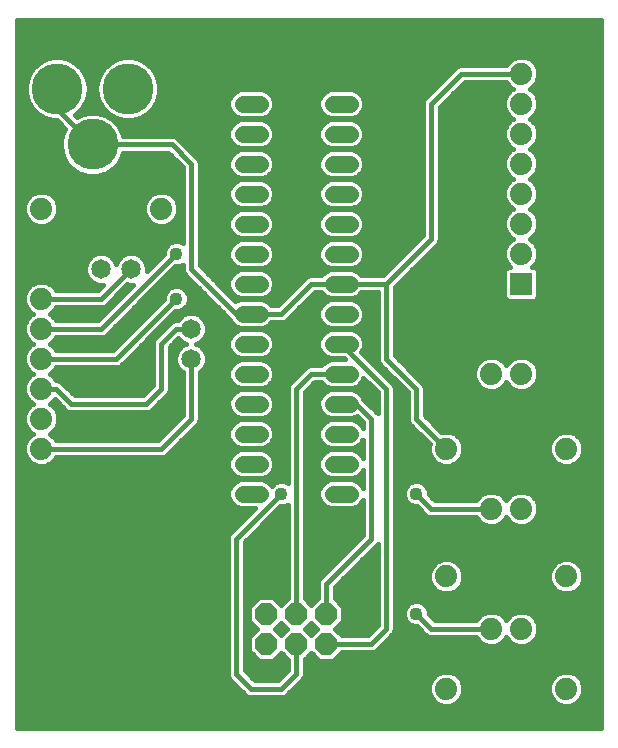
<source format=gbl>
G75*
%MOIN*%
%OFA0B0*%
%FSLAX24Y24*%
%IPPOS*%
%LPD*%
%AMOC8*
5,1,8,0,0,1.08239X$1,22.5*
%
%ADD10C,0.0650*%
%ADD11C,0.1700*%
%ADD12OC8,0.0740*%
%ADD13R,0.0740X0.0740*%
%ADD14C,0.0740*%
%ADD15C,0.0560*%
%ADD16C,0.0160*%
%ADD17C,0.0436*%
D10*
X008000Y012680D03*
X008000Y013680D03*
X006000Y015680D03*
X005000Y015680D03*
D11*
X004713Y019830D03*
X005894Y021680D03*
X003531Y021680D03*
D12*
X010500Y004180D03*
X010500Y003180D03*
X011500Y003180D03*
X011500Y004180D03*
X012500Y004180D03*
X012500Y003180D03*
D13*
X019000Y015180D03*
D14*
X019000Y016180D03*
X019000Y017180D03*
X019000Y018180D03*
X019000Y019180D03*
X019000Y020180D03*
X019000Y021180D03*
X019000Y022180D03*
X019000Y012180D03*
X018000Y012180D03*
X016500Y009680D03*
X018000Y007680D03*
X019000Y007680D03*
X020500Y009680D03*
X020500Y005430D03*
X019000Y003680D03*
X018000Y003680D03*
X016500Y005430D03*
X016500Y001680D03*
X020500Y001680D03*
X007000Y017680D03*
X003000Y017680D03*
X003000Y014680D03*
X003000Y013680D03*
X003000Y012680D03*
X003000Y011680D03*
X003000Y010680D03*
X003000Y009680D03*
D15*
X009720Y009180D02*
X010280Y009180D01*
X010280Y008180D02*
X009720Y008180D01*
X009720Y010180D02*
X010280Y010180D01*
X010280Y011180D02*
X009720Y011180D01*
X009720Y012180D02*
X010280Y012180D01*
X010280Y013180D02*
X009720Y013180D01*
X009720Y014180D02*
X010280Y014180D01*
X010280Y015180D02*
X009720Y015180D01*
X009720Y016180D02*
X010280Y016180D01*
X010280Y017180D02*
X009720Y017180D01*
X009720Y018180D02*
X010280Y018180D01*
X010280Y019180D02*
X009720Y019180D01*
X009720Y020180D02*
X010280Y020180D01*
X010280Y021180D02*
X009720Y021180D01*
X012720Y021180D02*
X013280Y021180D01*
X013280Y020180D02*
X012720Y020180D01*
X012720Y019180D02*
X013280Y019180D01*
X013280Y018180D02*
X012720Y018180D01*
X012720Y017180D02*
X013280Y017180D01*
X013280Y016180D02*
X012720Y016180D01*
X012720Y015180D02*
X013280Y015180D01*
X013280Y014180D02*
X012720Y014180D01*
X012720Y013180D02*
X013280Y013180D01*
X013280Y012180D02*
X012720Y012180D01*
X012720Y011180D02*
X013280Y011180D01*
X013280Y010180D02*
X012720Y010180D01*
X012720Y009180D02*
X013280Y009180D01*
X013280Y008180D02*
X012720Y008180D01*
D16*
X002200Y000380D02*
X002200Y023976D01*
X021670Y023976D01*
X021670Y000380D01*
X002200Y000380D01*
X002200Y000447D02*
X021670Y000447D01*
X021670Y000605D02*
X002200Y000605D01*
X002200Y000764D02*
X021670Y000764D01*
X021670Y000922D02*
X002200Y000922D01*
X002200Y001081D02*
X021670Y001081D01*
X021670Y001239D02*
X020865Y001239D01*
X020823Y001197D02*
X020613Y001110D01*
X020387Y001110D01*
X020177Y001197D01*
X020017Y001357D01*
X019930Y001567D01*
X019930Y001793D01*
X020017Y002003D01*
X020177Y002163D01*
X020387Y002250D01*
X020613Y002250D01*
X020823Y002163D01*
X020983Y002003D01*
X021070Y001793D01*
X021070Y001567D01*
X020983Y001357D01*
X020823Y001197D01*
X021000Y001398D02*
X021670Y001398D01*
X021670Y001556D02*
X021066Y001556D01*
X021070Y001715D02*
X021670Y001715D01*
X021670Y001873D02*
X021037Y001873D01*
X020955Y002032D02*
X021670Y002032D01*
X021670Y002190D02*
X020758Y002190D01*
X020242Y002190D02*
X016758Y002190D01*
X016823Y002163D02*
X016613Y002250D01*
X016387Y002250D01*
X016177Y002163D01*
X016017Y002003D01*
X015930Y001793D01*
X015930Y001567D01*
X016017Y001357D01*
X016177Y001197D01*
X016387Y001110D01*
X016613Y001110D01*
X016823Y001197D01*
X016983Y001357D01*
X017070Y001567D01*
X017070Y001793D01*
X016983Y002003D01*
X016823Y002163D01*
X016955Y002032D02*
X020045Y002032D01*
X019963Y001873D02*
X017037Y001873D01*
X017070Y001715D02*
X019930Y001715D01*
X019934Y001556D02*
X017066Y001556D01*
X017000Y001398D02*
X020000Y001398D01*
X020135Y001239D02*
X016865Y001239D01*
X016135Y001239D02*
X002200Y001239D01*
X002200Y001398D02*
X016000Y001398D01*
X015934Y001556D02*
X011272Y001556D01*
X011237Y001521D02*
X011737Y002021D01*
X011780Y002124D01*
X011780Y002654D01*
X012000Y002874D01*
X012264Y002610D01*
X012736Y002610D01*
X013026Y002900D01*
X014056Y002900D01*
X014159Y002943D01*
X014237Y003021D01*
X014237Y003021D01*
X014737Y003521D01*
X014780Y003624D01*
X014780Y011736D01*
X014737Y011839D01*
X014659Y011917D01*
X013677Y012899D01*
X013687Y012908D01*
X013760Y013085D01*
X013760Y013275D01*
X013687Y013452D01*
X013552Y013587D01*
X013375Y013660D01*
X012625Y013660D01*
X012448Y013587D01*
X012313Y013452D01*
X012240Y013275D01*
X012240Y013085D01*
X012313Y012908D01*
X012448Y012773D01*
X012625Y012700D01*
X013084Y012700D01*
X013124Y012660D01*
X012625Y012660D01*
X012448Y012587D01*
X012321Y012460D01*
X011944Y012460D01*
X011841Y012417D01*
X011341Y011917D01*
X011263Y011839D01*
X011220Y011736D01*
X011220Y008541D01*
X011083Y008598D01*
X010917Y008598D01*
X010763Y008534D01*
X010684Y008455D01*
X010552Y008587D01*
X010375Y008660D01*
X009625Y008660D01*
X009448Y008587D01*
X009313Y008452D01*
X009240Y008275D01*
X009240Y008085D01*
X009313Y007908D01*
X009448Y007773D01*
X009625Y007700D01*
X010124Y007700D01*
X009263Y006839D01*
X009220Y006736D01*
X009220Y002124D01*
X009263Y002021D01*
X009341Y001943D01*
X009841Y001443D01*
X009944Y001400D01*
X011056Y001400D01*
X011159Y001443D01*
X011237Y001521D01*
X011430Y001715D02*
X015930Y001715D01*
X015963Y001873D02*
X011589Y001873D01*
X011742Y002032D02*
X016045Y002032D01*
X016242Y002190D02*
X011780Y002190D01*
X011780Y002349D02*
X021670Y002349D01*
X021670Y002507D02*
X011780Y002507D01*
X011792Y002666D02*
X012208Y002666D01*
X012050Y002824D02*
X011950Y002824D01*
X011500Y003180D02*
X011500Y002180D01*
X011000Y001680D01*
X010000Y001680D01*
X009500Y002180D01*
X009500Y006680D01*
X011000Y008180D01*
X011220Y007819D02*
X011220Y004706D01*
X011000Y004486D01*
X010736Y004750D01*
X010264Y004750D01*
X009930Y004416D01*
X009930Y003944D01*
X010194Y003680D01*
X009930Y003416D01*
X009930Y002944D01*
X010264Y002610D01*
X010736Y002610D01*
X011000Y002874D01*
X011220Y002654D01*
X011220Y002296D01*
X010884Y001960D01*
X010116Y001960D01*
X009780Y002296D01*
X009780Y006564D01*
X010978Y007762D01*
X011083Y007762D01*
X011220Y007819D01*
X011220Y007738D02*
X010954Y007738D01*
X010795Y007579D02*
X011220Y007579D01*
X011220Y007421D02*
X010637Y007421D01*
X010478Y007262D02*
X011220Y007262D01*
X011220Y007104D02*
X010320Y007104D01*
X010161Y006945D02*
X011220Y006945D01*
X011220Y006787D02*
X010003Y006787D01*
X009844Y006628D02*
X011220Y006628D01*
X011220Y006470D02*
X009780Y006470D01*
X009780Y006311D02*
X011220Y006311D01*
X011220Y006153D02*
X009780Y006153D01*
X009780Y005994D02*
X011220Y005994D01*
X011220Y005836D02*
X009780Y005836D01*
X009780Y005677D02*
X011220Y005677D01*
X011220Y005519D02*
X009780Y005519D01*
X009780Y005360D02*
X011220Y005360D01*
X011220Y005202D02*
X009780Y005202D01*
X009780Y005043D02*
X011220Y005043D01*
X011220Y004885D02*
X009780Y004885D01*
X009780Y004726D02*
X010240Y004726D01*
X010081Y004568D02*
X009780Y004568D01*
X009780Y004409D02*
X009930Y004409D01*
X009930Y004251D02*
X009780Y004251D01*
X009780Y004092D02*
X009930Y004092D01*
X009940Y003934D02*
X009780Y003934D01*
X009780Y003775D02*
X010099Y003775D01*
X010130Y003617D02*
X009780Y003617D01*
X009780Y003458D02*
X009972Y003458D01*
X009930Y003300D02*
X009780Y003300D01*
X009780Y003141D02*
X009930Y003141D01*
X009930Y002983D02*
X009780Y002983D01*
X009780Y002824D02*
X010050Y002824D01*
X010208Y002666D02*
X009780Y002666D01*
X009780Y002507D02*
X011220Y002507D01*
X011220Y002349D02*
X009780Y002349D01*
X009886Y002190D02*
X011114Y002190D01*
X010956Y002032D02*
X010044Y002032D01*
X009570Y001715D02*
X002200Y001715D01*
X002200Y001873D02*
X009411Y001873D01*
X009258Y002032D02*
X002200Y002032D01*
X002200Y002190D02*
X009220Y002190D01*
X009220Y002349D02*
X002200Y002349D01*
X002200Y002507D02*
X009220Y002507D01*
X009220Y002666D02*
X002200Y002666D01*
X002200Y002824D02*
X009220Y002824D01*
X009220Y002983D02*
X002200Y002983D01*
X002200Y003141D02*
X009220Y003141D01*
X009220Y003300D02*
X002200Y003300D01*
X002200Y003458D02*
X009220Y003458D01*
X009220Y003617D02*
X002200Y003617D01*
X002200Y003775D02*
X009220Y003775D01*
X009220Y003934D02*
X002200Y003934D01*
X002200Y004092D02*
X009220Y004092D01*
X009220Y004251D02*
X002200Y004251D01*
X002200Y004409D02*
X009220Y004409D01*
X009220Y004568D02*
X002200Y004568D01*
X002200Y004726D02*
X009220Y004726D01*
X009220Y004885D02*
X002200Y004885D01*
X002200Y005043D02*
X009220Y005043D01*
X009220Y005202D02*
X002200Y005202D01*
X002200Y005360D02*
X009220Y005360D01*
X009220Y005519D02*
X002200Y005519D01*
X002200Y005677D02*
X009220Y005677D01*
X009220Y005836D02*
X002200Y005836D01*
X002200Y005994D02*
X009220Y005994D01*
X009220Y006153D02*
X002200Y006153D01*
X002200Y006311D02*
X009220Y006311D01*
X009220Y006470D02*
X002200Y006470D01*
X002200Y006628D02*
X009220Y006628D01*
X009241Y006787D02*
X002200Y006787D01*
X002200Y006945D02*
X009369Y006945D01*
X009528Y007104D02*
X002200Y007104D01*
X002200Y007262D02*
X009686Y007262D01*
X009845Y007421D02*
X002200Y007421D01*
X002200Y007579D02*
X010003Y007579D01*
X009534Y007738D02*
X002200Y007738D01*
X002200Y007896D02*
X009325Y007896D01*
X009252Y008055D02*
X002200Y008055D01*
X002200Y008213D02*
X009240Y008213D01*
X009280Y008372D02*
X002200Y008372D01*
X002200Y008530D02*
X009391Y008530D01*
X009448Y008773D02*
X009313Y008908D01*
X009240Y009085D01*
X009240Y009275D01*
X009313Y009452D01*
X009448Y009587D01*
X009625Y009660D01*
X010375Y009660D01*
X010552Y009587D01*
X010687Y009452D01*
X010760Y009275D01*
X010760Y009085D01*
X010687Y008908D01*
X010552Y008773D01*
X010375Y008700D01*
X009625Y008700D01*
X009448Y008773D01*
X009374Y008847D02*
X002200Y008847D01*
X002200Y008689D02*
X011220Y008689D01*
X011220Y008847D02*
X010626Y008847D01*
X010727Y009006D02*
X011220Y009006D01*
X011220Y009164D02*
X010760Y009164D01*
X010741Y009323D02*
X011220Y009323D01*
X011220Y009481D02*
X010658Y009481D01*
X010425Y009640D02*
X011220Y009640D01*
X011220Y009798D02*
X010577Y009798D01*
X010552Y009773D02*
X010687Y009908D01*
X010760Y010085D01*
X010760Y010275D01*
X010687Y010452D01*
X010552Y010587D01*
X010375Y010660D01*
X009625Y010660D01*
X009448Y010587D01*
X009313Y010452D01*
X009240Y010275D01*
X009240Y010085D01*
X009313Y009908D01*
X009448Y009773D01*
X009625Y009700D01*
X010375Y009700D01*
X010552Y009773D01*
X010707Y009957D02*
X011220Y009957D01*
X011220Y010115D02*
X010760Y010115D01*
X010760Y010274D02*
X011220Y010274D01*
X011220Y010432D02*
X010695Y010432D01*
X010543Y010591D02*
X011220Y010591D01*
X011220Y010749D02*
X010494Y010749D01*
X010552Y010773D02*
X010687Y010908D01*
X010760Y011085D01*
X010760Y011275D01*
X010687Y011452D01*
X010552Y011587D01*
X010375Y011660D01*
X009625Y011660D01*
X009448Y011587D01*
X009313Y011452D01*
X009240Y011275D01*
X009240Y011085D01*
X009313Y010908D01*
X009448Y010773D01*
X009625Y010700D01*
X010375Y010700D01*
X010552Y010773D01*
X010686Y010908D02*
X011220Y010908D01*
X011220Y011066D02*
X010752Y011066D01*
X010760Y011225D02*
X011220Y011225D01*
X011220Y011383D02*
X010715Y011383D01*
X010597Y011542D02*
X011220Y011542D01*
X011220Y011700D02*
X010376Y011700D01*
X010375Y011700D02*
X010552Y011773D01*
X010687Y011908D01*
X010760Y012085D01*
X010760Y012275D01*
X010687Y012452D01*
X010552Y012587D01*
X010375Y012660D01*
X009625Y012660D01*
X009448Y012587D01*
X009313Y012452D01*
X009240Y012275D01*
X009240Y012085D01*
X009313Y011908D01*
X009448Y011773D01*
X009625Y011700D01*
X010375Y011700D01*
X010637Y011859D02*
X011283Y011859D01*
X011441Y012017D02*
X010732Y012017D01*
X010760Y012176D02*
X011600Y012176D01*
X011758Y012334D02*
X010736Y012334D01*
X010646Y012493D02*
X012354Y012493D01*
X012603Y012651D02*
X010397Y012651D01*
X010375Y012700D02*
X010552Y012773D01*
X010687Y012908D01*
X010760Y013085D01*
X010760Y013275D01*
X010687Y013452D01*
X010552Y013587D01*
X010375Y013660D01*
X009625Y013660D01*
X009448Y013587D01*
X009313Y013452D01*
X009240Y013275D01*
X009240Y013085D01*
X009313Y012908D01*
X009448Y012773D01*
X009625Y012700D01*
X010375Y012700D01*
X010588Y012810D02*
X012412Y012810D01*
X012288Y012968D02*
X010712Y012968D01*
X010760Y013127D02*
X012240Y013127D01*
X012244Y013285D02*
X010756Y013285D01*
X010690Y013444D02*
X012310Y013444D01*
X012485Y013602D02*
X010515Y013602D01*
X010522Y013761D02*
X012478Y013761D01*
X012448Y013773D02*
X012625Y013700D01*
X013375Y013700D01*
X013552Y013773D01*
X013687Y013908D01*
X013760Y014085D01*
X013760Y014275D01*
X013687Y014452D01*
X013552Y014587D01*
X013375Y014660D01*
X012625Y014660D01*
X012448Y014587D01*
X012313Y014452D01*
X012240Y014275D01*
X012240Y014085D01*
X012313Y013908D01*
X012448Y013773D01*
X012309Y013919D02*
X011102Y013919D01*
X011056Y013900D02*
X011159Y013943D01*
X012116Y014900D01*
X012321Y014900D01*
X012448Y014773D01*
X012625Y014700D01*
X013375Y014700D01*
X013552Y014773D01*
X013679Y014900D01*
X014220Y014900D01*
X014220Y012624D01*
X014263Y012521D01*
X015220Y011564D01*
X015220Y010624D01*
X015263Y010521D01*
X015948Y009836D01*
X015930Y009793D01*
X015930Y009567D01*
X016017Y009357D01*
X016177Y009197D01*
X016387Y009110D01*
X016613Y009110D01*
X016823Y009197D01*
X016983Y009357D01*
X017070Y009567D01*
X017070Y009793D01*
X016983Y010003D01*
X016823Y010163D01*
X016613Y010250D01*
X016387Y010250D01*
X016344Y010232D01*
X015780Y010796D01*
X015780Y011736D01*
X015737Y011839D01*
X015659Y011917D01*
X014780Y012796D01*
X014780Y015064D01*
X016159Y016443D01*
X016237Y016521D01*
X016280Y016624D01*
X016280Y021064D01*
X017116Y021900D01*
X018499Y021900D01*
X018517Y021857D01*
X018677Y021697D01*
X018718Y021680D01*
X018677Y021663D01*
X018517Y021503D01*
X018430Y021293D01*
X018430Y021067D01*
X018517Y020857D01*
X018677Y020697D01*
X018718Y020680D01*
X018677Y020663D01*
X018517Y020503D01*
X018430Y020293D01*
X018430Y020067D01*
X018517Y019857D01*
X018677Y019697D01*
X018718Y019680D01*
X018677Y019663D01*
X018517Y019503D01*
X018430Y019293D01*
X018430Y019067D01*
X018517Y018857D01*
X018677Y018697D01*
X018718Y018680D01*
X018677Y018663D01*
X018517Y018503D01*
X018430Y018293D01*
X018430Y018067D01*
X018517Y017857D01*
X018677Y017697D01*
X018718Y017680D01*
X018677Y017663D01*
X018517Y017503D01*
X018430Y017293D01*
X018430Y017067D01*
X018517Y016857D01*
X018677Y016697D01*
X018718Y016680D01*
X018677Y016663D01*
X018517Y016503D01*
X018430Y016293D01*
X018430Y016067D01*
X018517Y015857D01*
X018624Y015750D01*
X018547Y015750D01*
X018430Y015633D01*
X018430Y014727D01*
X018547Y014610D01*
X019453Y014610D01*
X019570Y014727D01*
X019570Y015633D01*
X019453Y015750D01*
X019376Y015750D01*
X019483Y015857D01*
X019570Y016067D01*
X019570Y016293D01*
X019483Y016503D01*
X019323Y016663D01*
X019282Y016680D01*
X019323Y016697D01*
X019483Y016857D01*
X019570Y017067D01*
X019570Y017293D01*
X019483Y017503D01*
X019323Y017663D01*
X019282Y017680D01*
X019323Y017697D01*
X019483Y017857D01*
X019570Y018067D01*
X019570Y018293D01*
X019483Y018503D01*
X019323Y018663D01*
X019282Y018680D01*
X019323Y018697D01*
X019483Y018857D01*
X019570Y019067D01*
X019570Y019293D01*
X019483Y019503D01*
X019323Y019663D01*
X019282Y019680D01*
X019323Y019697D01*
X019483Y019857D01*
X019570Y020067D01*
X019570Y020293D01*
X019483Y020503D01*
X019323Y020663D01*
X019282Y020680D01*
X019323Y020697D01*
X019483Y020857D01*
X019570Y021067D01*
X019570Y021293D01*
X019483Y021503D01*
X019323Y021663D01*
X019282Y021680D01*
X019323Y021697D01*
X019483Y021857D01*
X019570Y022067D01*
X019570Y022293D01*
X019483Y022503D01*
X019323Y022663D01*
X019113Y022750D01*
X018887Y022750D01*
X018677Y022663D01*
X018517Y022503D01*
X018499Y022460D01*
X016944Y022460D01*
X016841Y022417D01*
X016763Y022339D01*
X015763Y021339D01*
X015720Y021236D01*
X015720Y016796D01*
X014384Y015460D01*
X013679Y015460D01*
X013552Y015587D01*
X013375Y015660D01*
X012625Y015660D01*
X012448Y015587D01*
X012321Y015460D01*
X011944Y015460D01*
X011841Y015417D01*
X011763Y015339D01*
X010884Y014460D01*
X010679Y014460D01*
X010552Y014587D01*
X010375Y014660D01*
X009625Y014660D01*
X009477Y014599D01*
X008280Y015796D01*
X008280Y019236D01*
X008237Y019339D01*
X008159Y019417D01*
X007509Y020067D01*
X007406Y020110D01*
X005725Y020110D01*
X005691Y020235D01*
X005553Y020474D01*
X005357Y020670D01*
X005118Y020808D01*
X004851Y020880D01*
X004574Y020880D01*
X004307Y020808D01*
X004195Y020743D01*
X004127Y020811D01*
X004176Y020840D01*
X004372Y021035D01*
X004510Y021275D01*
X004581Y021542D01*
X004581Y021818D01*
X004510Y022085D01*
X004372Y022325D01*
X004176Y022520D01*
X003937Y022658D01*
X003670Y022730D01*
X003393Y022730D01*
X003126Y022658D01*
X002887Y022520D01*
X002691Y022325D01*
X002553Y022085D01*
X002481Y021818D01*
X002481Y021542D01*
X002553Y021275D01*
X002691Y021035D01*
X002887Y020840D01*
X003126Y020702D01*
X003393Y020630D01*
X003516Y020630D01*
X003799Y020347D01*
X003734Y020235D01*
X003663Y019968D01*
X003663Y019691D01*
X003734Y019424D01*
X003872Y019185D01*
X004068Y018989D01*
X004307Y018851D01*
X004574Y018780D01*
X004851Y018780D01*
X005118Y018851D01*
X005357Y018989D01*
X005553Y019185D01*
X005691Y019424D01*
X005725Y019550D01*
X007234Y019550D01*
X007720Y019064D01*
X007720Y016541D01*
X007583Y016598D01*
X007417Y016598D01*
X007263Y016534D01*
X007146Y016417D01*
X007082Y016263D01*
X007082Y016158D01*
X006525Y015601D01*
X006525Y015784D01*
X006445Y015977D01*
X006297Y016125D01*
X006104Y016205D01*
X005896Y016205D01*
X005703Y016125D01*
X005555Y015977D01*
X005500Y015845D01*
X005445Y015977D01*
X005297Y016125D01*
X005104Y016205D01*
X004896Y016205D01*
X004703Y016125D01*
X004555Y015977D01*
X004475Y015784D01*
X004475Y015576D01*
X004555Y015383D01*
X004703Y015235D01*
X004896Y015155D01*
X005079Y015155D01*
X004884Y014960D01*
X003501Y014960D01*
X003483Y015003D01*
X003323Y015163D01*
X003113Y015250D01*
X002887Y015250D01*
X002677Y015163D01*
X002517Y015003D01*
X002430Y014793D01*
X002430Y014567D01*
X002517Y014357D01*
X002677Y014197D01*
X002718Y014180D01*
X002677Y014163D01*
X002517Y014003D01*
X002430Y013793D01*
X002430Y013567D01*
X002517Y013357D01*
X002677Y013197D01*
X002718Y013180D01*
X002677Y013163D01*
X002517Y013003D01*
X002430Y012793D01*
X002430Y012567D01*
X002517Y012357D01*
X002677Y012197D01*
X002718Y012180D01*
X002677Y012163D01*
X002517Y012003D01*
X002430Y011793D01*
X002430Y011567D01*
X002517Y011357D01*
X002677Y011197D01*
X002718Y011180D01*
X002677Y011163D01*
X002517Y011003D01*
X002430Y010793D01*
X002430Y010567D01*
X002517Y010357D01*
X002677Y010197D01*
X002718Y010180D01*
X002677Y010163D01*
X002517Y010003D01*
X002430Y009793D01*
X002430Y009567D01*
X002517Y009357D01*
X002677Y009197D01*
X002887Y009110D01*
X003113Y009110D01*
X003323Y009197D01*
X003483Y009357D01*
X003501Y009400D01*
X007056Y009400D01*
X007159Y009443D01*
X008159Y010443D01*
X008237Y010521D01*
X008280Y010624D01*
X008280Y012228D01*
X008297Y012235D01*
X008445Y012383D01*
X008525Y012576D01*
X008525Y012784D01*
X008445Y012977D01*
X008297Y013125D01*
X008165Y013180D01*
X008297Y013235D01*
X008445Y013383D01*
X008525Y013576D01*
X008525Y013784D01*
X008445Y013977D01*
X008297Y014125D01*
X008104Y014205D01*
X007896Y014205D01*
X007703Y014125D01*
X007555Y013977D01*
X007548Y013960D01*
X007444Y013960D01*
X007341Y013917D01*
X007263Y013839D01*
X006763Y013339D01*
X006720Y013236D01*
X006720Y011796D01*
X006384Y011460D01*
X004116Y011460D01*
X003659Y011917D01*
X003556Y011960D01*
X003501Y011960D01*
X003483Y012003D01*
X003323Y012163D01*
X003282Y012180D01*
X003323Y012197D01*
X003483Y012357D01*
X003501Y012400D01*
X005556Y012400D01*
X005659Y012443D01*
X007478Y014262D01*
X007583Y014262D01*
X007737Y014326D01*
X007854Y014443D01*
X007918Y014597D01*
X007918Y014763D01*
X007854Y014917D01*
X007737Y015034D01*
X007583Y015098D01*
X007417Y015098D01*
X007263Y015034D01*
X007146Y014917D01*
X007082Y014763D01*
X007082Y014658D01*
X005384Y012960D01*
X003501Y012960D01*
X003483Y013003D01*
X003323Y013163D01*
X003282Y013180D01*
X003323Y013197D01*
X003483Y013357D01*
X003501Y013400D01*
X005056Y013400D01*
X005159Y013443D01*
X007478Y015762D01*
X007583Y015762D01*
X007720Y015819D01*
X007720Y015624D01*
X007763Y015521D01*
X009263Y014021D01*
X009269Y014015D01*
X009313Y013908D01*
X009448Y013773D01*
X009625Y013700D01*
X010375Y013700D01*
X010552Y013773D01*
X010679Y013900D01*
X011056Y013900D01*
X011000Y014180D02*
X012000Y015180D01*
X013000Y015180D01*
X014500Y015180D01*
X014500Y012680D01*
X015500Y011680D01*
X015500Y010680D01*
X016500Y009680D01*
X017035Y009481D02*
X019965Y009481D01*
X019930Y009567D02*
X020017Y009357D01*
X020177Y009197D01*
X020387Y009110D01*
X020613Y009110D01*
X020823Y009197D01*
X020983Y009357D01*
X021070Y009567D01*
X021070Y009793D01*
X020983Y010003D01*
X020823Y010163D01*
X020613Y010250D01*
X020387Y010250D01*
X020177Y010163D01*
X020017Y010003D01*
X019930Y009793D01*
X019930Y009567D01*
X019930Y009640D02*
X017070Y009640D01*
X017068Y009798D02*
X019932Y009798D01*
X019998Y009957D02*
X017002Y009957D01*
X016871Y010115D02*
X020129Y010115D01*
X020871Y010115D02*
X021670Y010115D01*
X021670Y009957D02*
X021002Y009957D01*
X021068Y009798D02*
X021670Y009798D01*
X021670Y009640D02*
X021070Y009640D01*
X021035Y009481D02*
X021670Y009481D01*
X021670Y009323D02*
X020949Y009323D01*
X020744Y009164D02*
X021670Y009164D01*
X021670Y009006D02*
X014780Y009006D01*
X014780Y009164D02*
X016256Y009164D01*
X016051Y009323D02*
X014780Y009323D01*
X014780Y009481D02*
X015965Y009481D01*
X015930Y009640D02*
X014780Y009640D01*
X014780Y009798D02*
X015932Y009798D01*
X015827Y009957D02*
X014780Y009957D01*
X014780Y010115D02*
X015669Y010115D01*
X015510Y010274D02*
X014780Y010274D01*
X014780Y010432D02*
X015352Y010432D01*
X015234Y010591D02*
X014780Y010591D01*
X014780Y010749D02*
X015220Y010749D01*
X015220Y010908D02*
X014780Y010908D01*
X014780Y011066D02*
X015220Y011066D01*
X015220Y011225D02*
X014780Y011225D01*
X014780Y011383D02*
X015220Y011383D01*
X015220Y011542D02*
X014780Y011542D01*
X014780Y011700D02*
X015084Y011700D01*
X014925Y011859D02*
X014717Y011859D01*
X014659Y011917D02*
X014659Y011917D01*
X014559Y012017D02*
X014767Y012017D01*
X014608Y012176D02*
X014400Y012176D01*
X014450Y012334D02*
X014242Y012334D01*
X014291Y012493D02*
X014083Y012493D01*
X014220Y012651D02*
X013925Y012651D01*
X013766Y012810D02*
X014220Y012810D01*
X014220Y012968D02*
X013712Y012968D01*
X013760Y013127D02*
X014220Y013127D01*
X014220Y013285D02*
X013756Y013285D01*
X013690Y013444D02*
X014220Y013444D01*
X014220Y013602D02*
X013515Y013602D01*
X013522Y013761D02*
X014220Y013761D01*
X014220Y013919D02*
X013691Y013919D01*
X013757Y014078D02*
X014220Y014078D01*
X014220Y014236D02*
X013760Y014236D01*
X013711Y014395D02*
X014220Y014395D01*
X014220Y014553D02*
X013586Y014553D01*
X013403Y014712D02*
X014220Y014712D01*
X014220Y014870D02*
X013649Y014870D01*
X013635Y015504D02*
X014428Y015504D01*
X014587Y015663D02*
X008413Y015663D01*
X008280Y015821D02*
X009400Y015821D01*
X009448Y015773D02*
X009625Y015700D01*
X010375Y015700D01*
X010552Y015773D01*
X010687Y015908D01*
X010760Y016085D01*
X010760Y016275D01*
X010687Y016452D01*
X010552Y016587D01*
X010375Y016660D01*
X009625Y016660D01*
X009448Y016587D01*
X009313Y016452D01*
X009240Y016275D01*
X009240Y016085D01*
X009313Y015908D01*
X009448Y015773D01*
X009448Y015587D02*
X009313Y015452D01*
X009240Y015275D01*
X009240Y015085D01*
X009313Y014908D01*
X009448Y014773D01*
X009625Y014700D01*
X010375Y014700D01*
X010552Y014773D01*
X010687Y014908D01*
X010760Y015085D01*
X010760Y015275D01*
X010687Y015452D01*
X010552Y015587D01*
X010375Y015660D01*
X009625Y015660D01*
X009448Y015587D01*
X009365Y015504D02*
X008572Y015504D01*
X008730Y015346D02*
X009269Y015346D01*
X009240Y015187D02*
X008889Y015187D01*
X009047Y015029D02*
X009263Y015029D01*
X009206Y014870D02*
X009351Y014870D01*
X009364Y014712D02*
X009597Y014712D01*
X009500Y014180D02*
X010000Y014180D01*
X011000Y014180D01*
X011294Y014078D02*
X012243Y014078D01*
X012240Y014236D02*
X011452Y014236D01*
X011611Y014395D02*
X012289Y014395D01*
X012414Y014553D02*
X011769Y014553D01*
X011928Y014712D02*
X012597Y014712D01*
X012351Y014870D02*
X012086Y014870D01*
X011611Y015187D02*
X010760Y015187D01*
X010737Y015029D02*
X011453Y015029D01*
X011294Y014870D02*
X010649Y014870D01*
X010403Y014712D02*
X011136Y014712D01*
X010977Y014553D02*
X010586Y014553D01*
X010731Y015346D02*
X011770Y015346D01*
X012365Y015504D02*
X010635Y015504D01*
X010600Y015821D02*
X012400Y015821D01*
X012448Y015773D02*
X012313Y015908D01*
X012240Y016085D01*
X012240Y016275D01*
X012313Y016452D01*
X012448Y016587D01*
X012625Y016660D01*
X013375Y016660D01*
X013552Y016587D01*
X013687Y016452D01*
X013760Y016275D01*
X013760Y016085D01*
X013687Y015908D01*
X013552Y015773D01*
X013375Y015700D01*
X012625Y015700D01*
X012448Y015773D01*
X012283Y015980D02*
X010717Y015980D01*
X010760Y016138D02*
X012240Y016138D01*
X012249Y016297D02*
X010751Y016297D01*
X010684Y016455D02*
X012316Y016455D01*
X012512Y016614D02*
X010488Y016614D01*
X010375Y016700D02*
X010552Y016773D01*
X010687Y016908D01*
X010760Y017085D01*
X010760Y017275D01*
X010687Y017452D01*
X010552Y017587D01*
X010375Y017660D01*
X009625Y017660D01*
X009448Y017587D01*
X009313Y017452D01*
X009240Y017275D01*
X009240Y017085D01*
X009313Y016908D01*
X009448Y016773D01*
X009625Y016700D01*
X010375Y016700D01*
X010549Y016772D02*
X012451Y016772D01*
X012448Y016773D02*
X012625Y016700D01*
X013375Y016700D01*
X013552Y016773D01*
X013687Y016908D01*
X013760Y017085D01*
X013760Y017275D01*
X013687Y017452D01*
X013552Y017587D01*
X013375Y017660D01*
X012625Y017660D01*
X012448Y017587D01*
X012313Y017452D01*
X012240Y017275D01*
X012240Y017085D01*
X012313Y016908D01*
X012448Y016773D01*
X012304Y016931D02*
X010696Y016931D01*
X010760Y017089D02*
X012240Y017089D01*
X012240Y017248D02*
X010760Y017248D01*
X010706Y017406D02*
X012294Y017406D01*
X012426Y017565D02*
X010574Y017565D01*
X010552Y017773D02*
X010687Y017908D01*
X010760Y018085D01*
X010760Y018275D01*
X010687Y018452D01*
X010552Y018587D01*
X010375Y018660D01*
X009625Y018660D01*
X009448Y018587D01*
X009313Y018452D01*
X009240Y018275D01*
X009240Y018085D01*
X009313Y017908D01*
X009448Y017773D01*
X009625Y017700D01*
X010375Y017700D01*
X010552Y017773D01*
X010431Y017723D02*
X012569Y017723D01*
X012625Y017700D02*
X013375Y017700D01*
X013552Y017773D01*
X013687Y017908D01*
X013760Y018085D01*
X013760Y018275D01*
X013687Y018452D01*
X013552Y018587D01*
X013375Y018660D01*
X012625Y018660D01*
X012448Y018587D01*
X012313Y018452D01*
X012240Y018275D01*
X012240Y018085D01*
X012313Y017908D01*
X012448Y017773D01*
X012625Y017700D01*
X012340Y017882D02*
X010660Y017882D01*
X010742Y018040D02*
X012258Y018040D01*
X012240Y018199D02*
X010760Y018199D01*
X010726Y018357D02*
X012274Y018357D01*
X012377Y018516D02*
X010623Y018516D01*
X010552Y018773D02*
X010687Y018908D01*
X010760Y019085D01*
X010760Y019275D01*
X010687Y019452D01*
X010552Y019587D01*
X010375Y019660D01*
X009625Y019660D01*
X009448Y019587D01*
X009313Y019452D01*
X009240Y019275D01*
X009240Y019085D01*
X009313Y018908D01*
X009448Y018773D01*
X009625Y018700D01*
X010375Y018700D01*
X010552Y018773D01*
X010611Y018833D02*
X012389Y018833D01*
X012448Y018773D02*
X012313Y018908D01*
X012240Y019085D01*
X012240Y019275D01*
X012313Y019452D01*
X012448Y019587D01*
X012625Y019660D01*
X013375Y019660D01*
X013552Y019587D01*
X013687Y019452D01*
X013760Y019275D01*
X013760Y019085D01*
X013687Y018908D01*
X013552Y018773D01*
X013375Y018700D01*
X012625Y018700D01*
X012448Y018773D01*
X012279Y018991D02*
X010721Y018991D01*
X010760Y019150D02*
X012240Y019150D01*
X012253Y019308D02*
X010747Y019308D01*
X010672Y019467D02*
X012328Y019467D01*
X012540Y019625D02*
X010460Y019625D01*
X010375Y019700D02*
X010552Y019773D01*
X010687Y019908D01*
X010760Y020085D01*
X010760Y020275D01*
X010687Y020452D01*
X010552Y020587D01*
X010375Y020660D01*
X009625Y020660D01*
X009448Y020587D01*
X009313Y020452D01*
X009240Y020275D01*
X009240Y020085D01*
X009313Y019908D01*
X009448Y019773D01*
X009625Y019700D01*
X010375Y019700D01*
X010562Y019784D02*
X012438Y019784D01*
X012448Y019773D02*
X012625Y019700D01*
X013375Y019700D01*
X013552Y019773D01*
X013687Y019908D01*
X013760Y020085D01*
X013760Y020275D01*
X013687Y020452D01*
X013552Y020587D01*
X013375Y020660D01*
X012625Y020660D01*
X012448Y020587D01*
X012313Y020452D01*
X012240Y020275D01*
X012240Y020085D01*
X012313Y019908D01*
X012448Y019773D01*
X012299Y019942D02*
X010701Y019942D01*
X010760Y020101D02*
X012240Y020101D01*
X012240Y020259D02*
X010760Y020259D01*
X010701Y020418D02*
X012299Y020418D01*
X012437Y020576D02*
X010563Y020576D01*
X010459Y020735D02*
X012541Y020735D01*
X012625Y020700D02*
X012448Y020773D01*
X012313Y020908D01*
X012240Y021085D01*
X012240Y021275D01*
X012313Y021452D01*
X012448Y021587D01*
X012625Y021660D01*
X013375Y021660D01*
X013552Y021587D01*
X013687Y021452D01*
X013760Y021275D01*
X013760Y021085D01*
X013687Y020908D01*
X013552Y020773D01*
X013375Y020700D01*
X012625Y020700D01*
X012328Y020893D02*
X010672Y020893D01*
X010687Y020908D02*
X010760Y021085D01*
X010760Y021275D01*
X010687Y021452D01*
X010552Y021587D01*
X010375Y021660D01*
X009625Y021660D01*
X009448Y021587D01*
X009313Y021452D01*
X009240Y021275D01*
X009240Y021085D01*
X009313Y020908D01*
X009448Y020773D01*
X009625Y020700D01*
X010375Y020700D01*
X010552Y020773D01*
X010687Y020908D01*
X010746Y021052D02*
X012254Y021052D01*
X012240Y021210D02*
X010760Y021210D01*
X010721Y021369D02*
X012279Y021369D01*
X012388Y021527D02*
X010612Y021527D01*
X009388Y021527D02*
X006940Y021527D01*
X006944Y021542D02*
X006872Y021275D01*
X006734Y021035D01*
X006538Y020840D01*
X006299Y020702D01*
X006032Y020630D01*
X005755Y020630D01*
X005488Y020702D01*
X005249Y020840D01*
X005053Y021035D01*
X004915Y021275D01*
X004844Y021542D01*
X004844Y021818D01*
X004915Y022085D01*
X005053Y022325D01*
X005249Y022520D01*
X005488Y022658D01*
X005755Y022730D01*
X006032Y022730D01*
X006299Y022658D01*
X006538Y022520D01*
X006734Y022325D01*
X006872Y022085D01*
X006944Y021818D01*
X006944Y021542D01*
X006944Y021686D02*
X016110Y021686D01*
X016268Y021844D02*
X006937Y021844D01*
X006894Y022003D02*
X016427Y022003D01*
X016585Y022161D02*
X006828Y022161D01*
X006737Y022320D02*
X016744Y022320D01*
X017000Y022180D02*
X019000Y022180D01*
X019350Y022637D02*
X021670Y022637D01*
X021670Y022795D02*
X002200Y022795D01*
X002200Y022637D02*
X003088Y022637D01*
X002845Y022478D02*
X002200Y022478D01*
X002200Y022320D02*
X002688Y022320D01*
X002597Y022161D02*
X002200Y022161D01*
X002200Y022003D02*
X002531Y022003D01*
X002488Y021844D02*
X002200Y021844D01*
X002200Y021686D02*
X002481Y021686D01*
X002485Y021527D02*
X002200Y021527D01*
X002200Y021369D02*
X002528Y021369D01*
X002590Y021210D02*
X002200Y021210D01*
X002200Y021052D02*
X002682Y021052D01*
X002834Y020893D02*
X002200Y020893D01*
X002200Y020735D02*
X003069Y020735D01*
X003531Y021011D02*
X004713Y019830D01*
X007350Y019830D01*
X008000Y019180D01*
X008000Y015680D01*
X009500Y014180D01*
X009206Y014078D02*
X008345Y014078D01*
X008469Y013919D02*
X009309Y013919D01*
X009478Y013761D02*
X008525Y013761D01*
X008525Y013602D02*
X009485Y013602D01*
X009310Y013444D02*
X008470Y013444D01*
X008347Y013285D02*
X009244Y013285D01*
X009240Y013127D02*
X008294Y013127D01*
X008449Y012968D02*
X009288Y012968D01*
X009412Y012810D02*
X008515Y012810D01*
X008525Y012651D02*
X009603Y012651D01*
X009354Y012493D02*
X008491Y012493D01*
X008396Y012334D02*
X009264Y012334D01*
X009240Y012176D02*
X008280Y012176D01*
X008280Y012017D02*
X009268Y012017D01*
X009363Y011859D02*
X008280Y011859D01*
X008280Y011700D02*
X009624Y011700D01*
X009403Y011542D02*
X008280Y011542D01*
X008280Y011383D02*
X009285Y011383D01*
X009240Y011225D02*
X008280Y011225D01*
X008280Y011066D02*
X009248Y011066D01*
X009314Y010908D02*
X008280Y010908D01*
X008280Y010749D02*
X009506Y010749D01*
X009457Y010591D02*
X008266Y010591D01*
X008148Y010432D02*
X009305Y010432D01*
X009240Y010274D02*
X007990Y010274D01*
X007831Y010115D02*
X009240Y010115D01*
X009293Y009957D02*
X007673Y009957D01*
X007514Y009798D02*
X009423Y009798D01*
X009575Y009640D02*
X007356Y009640D01*
X007197Y009481D02*
X009342Y009481D01*
X009259Y009323D02*
X003449Y009323D01*
X003244Y009164D02*
X009240Y009164D01*
X009273Y009006D02*
X002200Y009006D01*
X002200Y009164D02*
X002756Y009164D01*
X002551Y009323D02*
X002200Y009323D01*
X002200Y009481D02*
X002465Y009481D01*
X002430Y009640D02*
X002200Y009640D01*
X002200Y009798D02*
X002432Y009798D01*
X002498Y009957D02*
X002200Y009957D01*
X002200Y010115D02*
X002629Y010115D01*
X002600Y010274D02*
X002200Y010274D01*
X002200Y010432D02*
X002486Y010432D01*
X002430Y010591D02*
X002200Y010591D01*
X002200Y010749D02*
X002430Y010749D01*
X002477Y010908D02*
X002200Y010908D01*
X002200Y011066D02*
X002580Y011066D01*
X002649Y011225D02*
X002200Y011225D01*
X002200Y011383D02*
X002506Y011383D01*
X002440Y011542D02*
X002200Y011542D01*
X002200Y011700D02*
X002430Y011700D01*
X002457Y011859D02*
X002200Y011859D01*
X002200Y012017D02*
X002531Y012017D01*
X002707Y012176D02*
X002200Y012176D01*
X002200Y012334D02*
X002540Y012334D01*
X002461Y012493D02*
X002200Y012493D01*
X002200Y012651D02*
X002430Y012651D01*
X002437Y012810D02*
X002200Y012810D01*
X002200Y012968D02*
X002502Y012968D01*
X002640Y013127D02*
X002200Y013127D01*
X002200Y013285D02*
X002589Y013285D01*
X002481Y013444D02*
X002200Y013444D01*
X002200Y013602D02*
X002430Y013602D01*
X002430Y013761D02*
X002200Y013761D01*
X002200Y013919D02*
X002482Y013919D01*
X002591Y014078D02*
X002200Y014078D01*
X002200Y014236D02*
X002638Y014236D01*
X002501Y014395D02*
X002200Y014395D01*
X002200Y014553D02*
X002436Y014553D01*
X002430Y014712D02*
X002200Y014712D01*
X002200Y014870D02*
X002462Y014870D01*
X002542Y015029D02*
X002200Y015029D01*
X002200Y015187D02*
X002735Y015187D01*
X003265Y015187D02*
X004818Y015187D01*
X004953Y015029D02*
X003458Y015029D01*
X003000Y014680D02*
X005000Y014680D01*
X006000Y015680D01*
X006525Y015663D02*
X006587Y015663D01*
X006510Y015821D02*
X006745Y015821D01*
X006904Y015980D02*
X006443Y015980D01*
X006266Y016138D02*
X007062Y016138D01*
X007096Y016297D02*
X002200Y016297D01*
X002200Y016455D02*
X007184Y016455D01*
X007500Y016180D02*
X005000Y013680D01*
X003000Y013680D01*
X003409Y014078D02*
X005002Y014078D01*
X004884Y013960D02*
X003501Y013960D01*
X003483Y014003D01*
X003323Y014163D01*
X003282Y014180D01*
X003323Y014197D01*
X003483Y014357D01*
X003501Y014400D01*
X005056Y014400D01*
X005159Y014443D01*
X005878Y015162D01*
X005896Y015155D01*
X006079Y015155D01*
X004884Y013960D01*
X005160Y014236D02*
X003362Y014236D01*
X003499Y014395D02*
X005319Y014395D01*
X005269Y014553D02*
X005477Y014553D01*
X005428Y014712D02*
X005636Y014712D01*
X005586Y014870D02*
X005794Y014870D01*
X005745Y015029D02*
X005953Y015029D01*
X006428Y014712D02*
X007082Y014712D01*
X007126Y014870D02*
X006586Y014870D01*
X006745Y015029D02*
X007257Y015029D01*
X007062Y015346D02*
X007938Y015346D01*
X007780Y015504D02*
X007220Y015504D01*
X007379Y015663D02*
X007720Y015663D01*
X008097Y015187D02*
X006903Y015187D01*
X007500Y014680D02*
X005500Y012680D01*
X003000Y012680D01*
X003360Y013127D02*
X005551Y013127D01*
X005709Y013285D02*
X003411Y013285D01*
X003498Y012968D02*
X005392Y012968D01*
X005160Y013444D02*
X005868Y013444D01*
X006026Y013602D02*
X005318Y013602D01*
X005477Y013761D02*
X006185Y013761D01*
X006343Y013919D02*
X005635Y013919D01*
X005794Y014078D02*
X006502Y014078D01*
X006660Y014236D02*
X005952Y014236D01*
X006111Y014395D02*
X006819Y014395D01*
X006977Y014553D02*
X006269Y014553D01*
X006977Y013761D02*
X007185Y013761D01*
X007135Y013919D02*
X007345Y013919D01*
X007294Y014078D02*
X007655Y014078D01*
X007452Y014236D02*
X009048Y014236D01*
X008889Y014395D02*
X007806Y014395D01*
X007900Y014553D02*
X008731Y014553D01*
X008572Y014712D02*
X007918Y014712D01*
X007874Y014870D02*
X008414Y014870D01*
X008255Y015029D02*
X007743Y015029D01*
X008280Y015980D02*
X009283Y015980D01*
X009240Y016138D02*
X008280Y016138D01*
X008280Y016297D02*
X009249Y016297D01*
X009316Y016455D02*
X008280Y016455D01*
X008280Y016614D02*
X009512Y016614D01*
X009451Y016772D02*
X008280Y016772D01*
X008280Y016931D02*
X009304Y016931D01*
X009240Y017089D02*
X008280Y017089D01*
X008280Y017248D02*
X009240Y017248D01*
X009294Y017406D02*
X008280Y017406D01*
X008280Y017565D02*
X009426Y017565D01*
X009569Y017723D02*
X008280Y017723D01*
X008280Y017882D02*
X009340Y017882D01*
X009258Y018040D02*
X008280Y018040D01*
X008280Y018199D02*
X009240Y018199D01*
X009274Y018357D02*
X008280Y018357D01*
X008280Y018516D02*
X009377Y018516D01*
X009389Y018833D02*
X008280Y018833D01*
X008280Y018991D02*
X009279Y018991D01*
X009240Y019150D02*
X008280Y019150D01*
X008250Y019308D02*
X009253Y019308D01*
X009328Y019467D02*
X008109Y019467D01*
X007951Y019625D02*
X009540Y019625D01*
X009438Y019784D02*
X007792Y019784D01*
X007634Y019942D02*
X009299Y019942D01*
X009240Y020101D02*
X007428Y020101D01*
X007317Y019467D02*
X005702Y019467D01*
X005624Y019308D02*
X007476Y019308D01*
X007634Y019150D02*
X005517Y019150D01*
X005359Y018991D02*
X007720Y018991D01*
X007720Y018833D02*
X005048Y018833D01*
X004377Y018833D02*
X002200Y018833D01*
X002200Y018991D02*
X004066Y018991D01*
X003908Y019150D02*
X002200Y019150D01*
X002200Y019308D02*
X003801Y019308D01*
X003723Y019467D02*
X002200Y019467D01*
X002200Y019625D02*
X003680Y019625D01*
X003663Y019784D02*
X002200Y019784D01*
X002200Y019942D02*
X003663Y019942D01*
X003698Y020101D02*
X002200Y020101D01*
X002200Y020259D02*
X003748Y020259D01*
X003729Y020418D02*
X002200Y020418D01*
X002200Y020576D02*
X003570Y020576D01*
X003531Y021011D02*
X003531Y021680D01*
X004229Y020893D02*
X005196Y020893D01*
X005245Y020735D02*
X005431Y020735D01*
X005451Y020576D02*
X009437Y020576D01*
X009541Y020735D02*
X006356Y020735D01*
X006592Y020893D02*
X009328Y020893D01*
X009254Y021052D02*
X006743Y021052D01*
X006835Y021210D02*
X009240Y021210D01*
X009279Y021369D02*
X006897Y021369D01*
X006581Y022478D02*
X018506Y022478D01*
X018650Y022637D02*
X006337Y022637D01*
X005450Y022637D02*
X003975Y022637D01*
X004218Y022478D02*
X005207Y022478D01*
X005051Y022320D02*
X004375Y022320D01*
X004466Y022161D02*
X004959Y022161D01*
X004893Y022003D02*
X004532Y022003D01*
X004575Y021844D02*
X004851Y021844D01*
X004844Y021686D02*
X004581Y021686D01*
X004578Y021527D02*
X004848Y021527D01*
X004890Y021369D02*
X004535Y021369D01*
X004473Y021210D02*
X004953Y021210D01*
X005044Y021052D02*
X004381Y021052D01*
X005586Y020418D02*
X009299Y020418D01*
X009240Y020259D02*
X005677Y020259D01*
X006677Y018163D02*
X006517Y018003D01*
X006430Y017793D01*
X006430Y017567D01*
X006517Y017357D01*
X006677Y017197D01*
X006887Y017110D01*
X007113Y017110D01*
X007323Y017197D01*
X007483Y017357D01*
X007570Y017567D01*
X007570Y017793D01*
X007483Y018003D01*
X007323Y018163D01*
X007113Y018250D01*
X006887Y018250D01*
X006677Y018163D01*
X006762Y018199D02*
X003238Y018199D01*
X003323Y018163D02*
X003113Y018250D01*
X002887Y018250D01*
X002677Y018163D01*
X002517Y018003D01*
X002430Y017793D01*
X002430Y017567D01*
X002517Y017357D01*
X002677Y017197D01*
X002887Y017110D01*
X003113Y017110D01*
X003323Y017197D01*
X003483Y017357D01*
X003570Y017567D01*
X003570Y017793D01*
X003483Y018003D01*
X003323Y018163D01*
X003446Y018040D02*
X006554Y018040D01*
X006467Y017882D02*
X003533Y017882D01*
X003570Y017723D02*
X006430Y017723D01*
X006431Y017565D02*
X003569Y017565D01*
X003503Y017406D02*
X006497Y017406D01*
X006626Y017248D02*
X003374Y017248D01*
X002626Y017248D02*
X002200Y017248D01*
X002200Y017406D02*
X002497Y017406D01*
X002431Y017565D02*
X002200Y017565D01*
X002200Y017723D02*
X002430Y017723D01*
X002467Y017882D02*
X002200Y017882D01*
X002200Y018040D02*
X002554Y018040D01*
X002762Y018199D02*
X002200Y018199D01*
X002200Y018357D02*
X007720Y018357D01*
X007720Y018199D02*
X007238Y018199D01*
X007446Y018040D02*
X007720Y018040D01*
X007720Y017882D02*
X007533Y017882D01*
X007570Y017723D02*
X007720Y017723D01*
X007720Y017565D02*
X007569Y017565D01*
X007503Y017406D02*
X007720Y017406D01*
X007720Y017248D02*
X007374Y017248D01*
X007720Y017089D02*
X002200Y017089D01*
X002200Y016931D02*
X007720Y016931D01*
X007720Y016772D02*
X002200Y016772D01*
X002200Y016614D02*
X007720Y016614D01*
X007720Y018516D02*
X002200Y018516D01*
X002200Y018674D02*
X007720Y018674D01*
X008280Y018674D02*
X015720Y018674D01*
X015720Y018516D02*
X013623Y018516D01*
X013726Y018357D02*
X015720Y018357D01*
X015720Y018199D02*
X013760Y018199D01*
X013742Y018040D02*
X015720Y018040D01*
X015720Y017882D02*
X013660Y017882D01*
X013431Y017723D02*
X015720Y017723D01*
X015720Y017565D02*
X013574Y017565D01*
X013706Y017406D02*
X015720Y017406D01*
X015720Y017248D02*
X013760Y017248D01*
X013760Y017089D02*
X015720Y017089D01*
X015720Y016931D02*
X013696Y016931D01*
X013549Y016772D02*
X015696Y016772D01*
X015538Y016614D02*
X013488Y016614D01*
X013684Y016455D02*
X015379Y016455D01*
X015221Y016297D02*
X013751Y016297D01*
X013760Y016138D02*
X015062Y016138D01*
X014904Y015980D02*
X013717Y015980D01*
X013600Y015821D02*
X014745Y015821D01*
X015220Y015504D02*
X018430Y015504D01*
X018430Y015346D02*
X015062Y015346D01*
X014903Y015187D02*
X018430Y015187D01*
X018430Y015029D02*
X014780Y015029D01*
X014780Y014870D02*
X018430Y014870D01*
X018446Y014712D02*
X014780Y014712D01*
X014780Y014553D02*
X021670Y014553D01*
X021670Y014395D02*
X014780Y014395D01*
X014780Y014236D02*
X021670Y014236D01*
X021670Y014078D02*
X014780Y014078D01*
X014780Y013919D02*
X021670Y013919D01*
X021670Y013761D02*
X014780Y013761D01*
X014780Y013602D02*
X021670Y013602D01*
X021670Y013444D02*
X014780Y013444D01*
X014780Y013285D02*
X021670Y013285D01*
X021670Y013127D02*
X014780Y013127D01*
X014780Y012968D02*
X021670Y012968D01*
X021670Y012810D02*
X014780Y012810D01*
X014925Y012651D02*
X017665Y012651D01*
X017677Y012663D02*
X017517Y012503D01*
X017430Y012293D01*
X017430Y012067D01*
X017517Y011857D01*
X017677Y011697D01*
X017887Y011610D01*
X018113Y011610D01*
X018323Y011697D01*
X018483Y011857D01*
X018500Y011898D01*
X018517Y011857D01*
X018677Y011697D01*
X018887Y011610D01*
X019113Y011610D01*
X019323Y011697D01*
X019483Y011857D01*
X019570Y012067D01*
X019570Y012293D01*
X019483Y012503D01*
X019323Y012663D01*
X019113Y012750D01*
X018887Y012750D01*
X018677Y012663D01*
X018517Y012503D01*
X018500Y012462D01*
X018483Y012503D01*
X018323Y012663D01*
X018113Y012750D01*
X017887Y012750D01*
X017677Y012663D01*
X017512Y012493D02*
X015083Y012493D01*
X015242Y012334D02*
X017447Y012334D01*
X017430Y012176D02*
X015400Y012176D01*
X015559Y012017D02*
X017451Y012017D01*
X017516Y011859D02*
X015717Y011859D01*
X015780Y011700D02*
X017674Y011700D01*
X018326Y011700D02*
X018674Y011700D01*
X018516Y011859D02*
X018484Y011859D01*
X018488Y012493D02*
X018512Y012493D01*
X018665Y012651D02*
X018335Y012651D01*
X019335Y012651D02*
X021670Y012651D01*
X021670Y012493D02*
X019488Y012493D01*
X019553Y012334D02*
X021670Y012334D01*
X021670Y012176D02*
X019570Y012176D01*
X019549Y012017D02*
X021670Y012017D01*
X021670Y011859D02*
X019484Y011859D01*
X019326Y011700D02*
X021670Y011700D01*
X021670Y011542D02*
X015780Y011542D01*
X015780Y011383D02*
X021670Y011383D01*
X021670Y011225D02*
X015780Y011225D01*
X015780Y011066D02*
X021670Y011066D01*
X021670Y010908D02*
X015780Y010908D01*
X015827Y010749D02*
X021670Y010749D01*
X021670Y010591D02*
X015985Y010591D01*
X016144Y010432D02*
X021670Y010432D01*
X021670Y010274D02*
X016302Y010274D01*
X016949Y009323D02*
X020051Y009323D01*
X020256Y009164D02*
X016744Y009164D01*
X015854Y008417D02*
X015918Y008263D01*
X015918Y008158D01*
X016116Y007960D01*
X017499Y007960D01*
X017517Y008003D01*
X017677Y008163D01*
X017887Y008250D01*
X018113Y008250D01*
X018323Y008163D01*
X018483Y008003D01*
X018500Y007962D01*
X018517Y008003D01*
X018677Y008163D01*
X018887Y008250D01*
X019113Y008250D01*
X019323Y008163D01*
X019483Y008003D01*
X019570Y007793D01*
X019570Y007567D01*
X019483Y007357D01*
X019323Y007197D01*
X019113Y007110D01*
X018887Y007110D01*
X018677Y007197D01*
X018517Y007357D01*
X018500Y007398D01*
X018483Y007357D01*
X018323Y007197D01*
X018113Y007110D01*
X017887Y007110D01*
X017677Y007197D01*
X017517Y007357D01*
X017499Y007400D01*
X015944Y007400D01*
X015841Y007443D01*
X015522Y007762D01*
X015417Y007762D01*
X015263Y007826D01*
X015146Y007943D01*
X015082Y008097D01*
X015082Y008263D01*
X015146Y008417D01*
X015263Y008534D01*
X015417Y008598D01*
X015583Y008598D01*
X015737Y008534D01*
X015854Y008417D01*
X015873Y008372D02*
X021670Y008372D01*
X021670Y008530D02*
X015741Y008530D01*
X015918Y008213D02*
X017797Y008213D01*
X017568Y008055D02*
X016021Y008055D01*
X016000Y007680D02*
X015500Y008180D01*
X015193Y007896D02*
X014780Y007896D01*
X014780Y007738D02*
X015546Y007738D01*
X015705Y007579D02*
X014780Y007579D01*
X014780Y007421D02*
X015895Y007421D01*
X016000Y007680D02*
X018000Y007680D01*
X018203Y008213D02*
X018797Y008213D01*
X018568Y008055D02*
X018432Y008055D01*
X019203Y008213D02*
X021670Y008213D01*
X021670Y008055D02*
X019432Y008055D01*
X019527Y007896D02*
X021670Y007896D01*
X021670Y007738D02*
X019570Y007738D01*
X019570Y007579D02*
X021670Y007579D01*
X021670Y007421D02*
X019509Y007421D01*
X019388Y007262D02*
X021670Y007262D01*
X021670Y007104D02*
X014780Y007104D01*
X014780Y007262D02*
X017612Y007262D01*
X018388Y007262D02*
X018612Y007262D01*
X019985Y005677D02*
X017015Y005677D01*
X016983Y005753D02*
X016823Y005913D01*
X016613Y006000D01*
X016387Y006000D01*
X016177Y005913D01*
X016017Y005753D01*
X015930Y005543D01*
X015930Y005317D01*
X016017Y005107D01*
X016177Y004947D01*
X016387Y004860D01*
X016613Y004860D01*
X016823Y004947D01*
X016983Y005107D01*
X017070Y005317D01*
X017070Y005543D01*
X016983Y005753D01*
X016901Y005836D02*
X020099Y005836D01*
X020177Y005913D02*
X020017Y005753D01*
X019930Y005543D01*
X019930Y005317D01*
X020017Y005107D01*
X020177Y004947D01*
X020387Y004860D01*
X020613Y004860D01*
X020823Y004947D01*
X020983Y005107D01*
X021070Y005317D01*
X021070Y005543D01*
X020983Y005753D01*
X020823Y005913D01*
X020613Y006000D01*
X020387Y006000D01*
X020177Y005913D01*
X020372Y005994D02*
X016628Y005994D01*
X016372Y005994D02*
X014780Y005994D01*
X014780Y005836D02*
X016099Y005836D01*
X015985Y005677D02*
X014780Y005677D01*
X014780Y005519D02*
X015930Y005519D01*
X015930Y005360D02*
X014780Y005360D01*
X014780Y005202D02*
X015978Y005202D01*
X016081Y005043D02*
X014780Y005043D01*
X014780Y004885D02*
X016327Y004885D01*
X016673Y004885D02*
X020327Y004885D01*
X020081Y005043D02*
X016919Y005043D01*
X017022Y005202D02*
X019978Y005202D01*
X019930Y005360D02*
X017070Y005360D01*
X017070Y005519D02*
X019930Y005519D01*
X020628Y005994D02*
X021670Y005994D01*
X021670Y005836D02*
X020901Y005836D01*
X021015Y005677D02*
X021670Y005677D01*
X021670Y005519D02*
X021070Y005519D01*
X021070Y005360D02*
X021670Y005360D01*
X021670Y005202D02*
X021022Y005202D01*
X020919Y005043D02*
X021670Y005043D01*
X021670Y004885D02*
X020673Y004885D01*
X021670Y004726D02*
X014780Y004726D01*
X014780Y004568D02*
X015343Y004568D01*
X015417Y004598D02*
X015263Y004534D01*
X015146Y004417D01*
X015082Y004263D01*
X015082Y004097D01*
X015146Y003943D01*
X015263Y003826D01*
X015417Y003762D01*
X015522Y003762D01*
X015841Y003443D01*
X015944Y003400D01*
X017499Y003400D01*
X017517Y003357D01*
X017677Y003197D01*
X017887Y003110D01*
X018113Y003110D01*
X018323Y003197D01*
X018483Y003357D01*
X018500Y003398D01*
X018517Y003357D01*
X018677Y003197D01*
X018887Y003110D01*
X019113Y003110D01*
X019323Y003197D01*
X019483Y003357D01*
X019570Y003567D01*
X019570Y003793D01*
X019483Y004003D01*
X019323Y004163D01*
X019113Y004250D01*
X018887Y004250D01*
X018677Y004163D01*
X018517Y004003D01*
X018500Y003962D01*
X018483Y004003D01*
X018323Y004163D01*
X018113Y004250D01*
X017887Y004250D01*
X017677Y004163D01*
X017517Y004003D01*
X017499Y003960D01*
X016116Y003960D01*
X015918Y004158D01*
X015918Y004263D01*
X015854Y004417D01*
X015737Y004534D01*
X015583Y004598D01*
X015417Y004598D01*
X015657Y004568D02*
X021670Y004568D01*
X021670Y004409D02*
X015858Y004409D01*
X015918Y004251D02*
X021670Y004251D01*
X021670Y004092D02*
X019394Y004092D01*
X019512Y003934D02*
X021670Y003934D01*
X021670Y003775D02*
X019570Y003775D01*
X019570Y003617D02*
X021670Y003617D01*
X021670Y003458D02*
X019525Y003458D01*
X019426Y003300D02*
X021670Y003300D01*
X021670Y003141D02*
X019188Y003141D01*
X018812Y003141D02*
X018188Y003141D01*
X018426Y003300D02*
X018574Y003300D01*
X018000Y003680D02*
X016000Y003680D01*
X015500Y004180D01*
X015155Y003934D02*
X014780Y003934D01*
X014780Y004092D02*
X015084Y004092D01*
X015082Y004251D02*
X014780Y004251D01*
X014780Y004409D02*
X015142Y004409D01*
X015385Y003775D02*
X014780Y003775D01*
X014777Y003617D02*
X015668Y003617D01*
X015826Y003458D02*
X014674Y003458D01*
X014515Y003300D02*
X017574Y003300D01*
X017812Y003141D02*
X014357Y003141D01*
X014198Y002983D02*
X021670Y002983D01*
X021670Y002824D02*
X012950Y002824D01*
X012792Y002666D02*
X021670Y002666D01*
X018606Y004092D02*
X018394Y004092D01*
X017606Y004092D02*
X015984Y004092D01*
X014500Y003680D02*
X014000Y003180D01*
X012500Y003180D01*
X012870Y003617D02*
X014041Y003617D01*
X013884Y003460D02*
X014220Y003796D01*
X014220Y006504D01*
X014159Y006443D01*
X012780Y005064D01*
X012780Y004706D01*
X013070Y004416D01*
X013070Y003944D01*
X012806Y003680D01*
X013026Y003460D01*
X013884Y003460D01*
X014199Y003775D02*
X012901Y003775D01*
X013060Y003934D02*
X014220Y003934D01*
X014220Y004092D02*
X013070Y004092D01*
X013070Y004251D02*
X014220Y004251D01*
X014220Y004409D02*
X013070Y004409D01*
X012919Y004568D02*
X014220Y004568D01*
X014220Y004726D02*
X012780Y004726D01*
X012780Y004885D02*
X014220Y004885D01*
X014220Y005043D02*
X012780Y005043D01*
X012917Y005202D02*
X014220Y005202D01*
X014220Y005360D02*
X013076Y005360D01*
X013234Y005519D02*
X014220Y005519D01*
X014220Y005677D02*
X013393Y005677D01*
X013551Y005836D02*
X014220Y005836D01*
X014220Y005994D02*
X013710Y005994D01*
X013869Y006153D02*
X014220Y006153D01*
X014220Y006311D02*
X014027Y006311D01*
X014185Y006470D02*
X014220Y006470D01*
X014000Y006680D02*
X014000Y010680D01*
X013500Y011180D01*
X013000Y011180D01*
X013375Y011660D02*
X012625Y011660D01*
X012448Y011587D01*
X012313Y011452D01*
X012240Y011275D01*
X012240Y011085D01*
X012313Y010908D01*
X012448Y010773D01*
X012625Y010700D01*
X013375Y010700D01*
X013523Y010761D01*
X013720Y010564D01*
X013720Y010372D01*
X013687Y010452D01*
X013552Y010587D01*
X013375Y010660D01*
X012625Y010660D01*
X012448Y010587D01*
X012313Y010452D01*
X012240Y010275D01*
X012240Y010085D01*
X012313Y009908D01*
X012448Y009773D01*
X012625Y009700D01*
X013375Y009700D01*
X013552Y009773D01*
X013687Y009908D01*
X013720Y009988D01*
X013720Y009372D01*
X013687Y009452D01*
X013552Y009587D01*
X013375Y009660D01*
X012625Y009660D01*
X012448Y009587D01*
X012313Y009452D01*
X012240Y009275D01*
X012240Y009085D01*
X012313Y008908D01*
X012448Y008773D01*
X012625Y008700D01*
X013375Y008700D01*
X013552Y008773D01*
X013687Y008908D01*
X013720Y008988D01*
X013720Y008372D01*
X013687Y008452D01*
X013552Y008587D01*
X013375Y008660D01*
X012625Y008660D01*
X012448Y008587D01*
X012313Y008452D01*
X012240Y008275D01*
X012240Y008085D01*
X012313Y007908D01*
X012448Y007773D01*
X012625Y007700D01*
X013375Y007700D01*
X013552Y007773D01*
X013687Y007908D01*
X013720Y007988D01*
X013720Y006796D01*
X012263Y005339D01*
X012220Y005236D01*
X012220Y004706D01*
X012000Y004486D01*
X011780Y004706D01*
X011780Y011564D01*
X012116Y011900D01*
X012321Y011900D01*
X012448Y011773D01*
X012625Y011700D01*
X013375Y011700D01*
X013552Y011773D01*
X013687Y011908D01*
X013742Y012042D01*
X014220Y011564D01*
X014220Y010856D01*
X013737Y011339D01*
X013731Y011345D01*
X013687Y011452D01*
X013552Y011587D01*
X013375Y011660D01*
X013376Y011700D02*
X014084Y011700D01*
X014220Y011542D02*
X013597Y011542D01*
X013715Y011383D02*
X014220Y011383D01*
X014220Y011225D02*
X013851Y011225D01*
X014010Y011066D02*
X014220Y011066D01*
X014220Y010908D02*
X014168Y010908D01*
X013693Y010591D02*
X013543Y010591D01*
X013535Y010749D02*
X013494Y010749D01*
X013695Y010432D02*
X013720Y010432D01*
X013707Y009957D02*
X013720Y009957D01*
X013720Y009798D02*
X013577Y009798D01*
X013720Y009640D02*
X013425Y009640D01*
X013658Y009481D02*
X013720Y009481D01*
X013720Y008847D02*
X013626Y008847D01*
X013720Y008689D02*
X011780Y008689D01*
X011780Y008847D02*
X012374Y008847D01*
X012273Y009006D02*
X011780Y009006D01*
X011780Y009164D02*
X012240Y009164D01*
X012259Y009323D02*
X011780Y009323D01*
X011780Y009481D02*
X012342Y009481D01*
X012575Y009640D02*
X011780Y009640D01*
X011780Y009798D02*
X012423Y009798D01*
X012293Y009957D02*
X011780Y009957D01*
X011780Y010115D02*
X012240Y010115D01*
X012240Y010274D02*
X011780Y010274D01*
X011780Y010432D02*
X012305Y010432D01*
X012457Y010591D02*
X011780Y010591D01*
X011780Y010749D02*
X012506Y010749D01*
X012314Y010908D02*
X011780Y010908D01*
X011780Y011066D02*
X012248Y011066D01*
X012240Y011225D02*
X011780Y011225D01*
X011780Y011383D02*
X012285Y011383D01*
X012403Y011542D02*
X011780Y011542D01*
X011916Y011700D02*
X012624Y011700D01*
X012363Y011859D02*
X012075Y011859D01*
X012000Y012180D02*
X011500Y011680D01*
X011500Y004180D01*
X011099Y003775D02*
X010901Y003775D01*
X010806Y003680D02*
X011000Y003874D01*
X011194Y003680D01*
X011000Y003486D01*
X010806Y003680D01*
X010870Y003617D02*
X011130Y003617D01*
X011806Y003680D02*
X012000Y003874D01*
X012194Y003680D01*
X012000Y003486D01*
X011806Y003680D01*
X011870Y003617D02*
X012130Y003617D01*
X012099Y003775D02*
X011901Y003775D01*
X012500Y004180D02*
X012500Y005180D01*
X014000Y006680D01*
X013711Y006787D02*
X011780Y006787D01*
X011780Y006945D02*
X013720Y006945D01*
X013720Y007104D02*
X011780Y007104D01*
X011780Y007262D02*
X013720Y007262D01*
X013720Y007421D02*
X011780Y007421D01*
X011780Y007579D02*
X013720Y007579D01*
X013720Y007738D02*
X013466Y007738D01*
X013675Y007896D02*
X013720Y007896D01*
X013720Y008530D02*
X013609Y008530D01*
X014780Y008530D02*
X015259Y008530D01*
X015127Y008372D02*
X014780Y008372D01*
X014780Y008213D02*
X015082Y008213D01*
X015099Y008055D02*
X014780Y008055D01*
X014780Y008689D02*
X021670Y008689D01*
X021670Y008847D02*
X014780Y008847D01*
X014780Y006945D02*
X021670Y006945D01*
X021670Y006787D02*
X014780Y006787D01*
X014780Y006628D02*
X021670Y006628D01*
X021670Y006470D02*
X014780Y006470D01*
X014780Y006311D02*
X021670Y006311D01*
X021670Y006153D02*
X014780Y006153D01*
X013552Y006628D02*
X011780Y006628D01*
X011780Y006470D02*
X013394Y006470D01*
X013235Y006311D02*
X011780Y006311D01*
X011780Y006153D02*
X013077Y006153D01*
X012918Y005994D02*
X011780Y005994D01*
X011780Y005836D02*
X012760Y005836D01*
X012601Y005677D02*
X011780Y005677D01*
X011780Y005519D02*
X012443Y005519D01*
X012284Y005360D02*
X011780Y005360D01*
X011780Y005202D02*
X012220Y005202D01*
X012220Y005043D02*
X011780Y005043D01*
X011780Y004885D02*
X012220Y004885D01*
X012220Y004726D02*
X011780Y004726D01*
X011919Y004568D02*
X012081Y004568D01*
X011220Y004726D02*
X010760Y004726D01*
X010919Y004568D02*
X011081Y004568D01*
X011050Y002824D02*
X010950Y002824D01*
X010792Y002666D02*
X011208Y002666D01*
X009728Y001556D02*
X002200Y001556D01*
X003000Y009680D02*
X007000Y009680D01*
X008000Y010680D01*
X008000Y012680D01*
X007604Y012334D02*
X007280Y012334D01*
X007280Y012176D02*
X007720Y012176D01*
X007720Y012228D02*
X007720Y010796D01*
X006884Y009960D01*
X003501Y009960D01*
X003483Y010003D01*
X003323Y010163D01*
X003282Y010180D01*
X003323Y010197D01*
X003483Y010357D01*
X003570Y010567D01*
X003570Y010793D01*
X003483Y011003D01*
X003323Y011163D01*
X003282Y011180D01*
X003323Y011197D01*
X003455Y011329D01*
X003763Y011021D01*
X003841Y010943D01*
X003944Y010900D01*
X006556Y010900D01*
X006659Y010943D01*
X007159Y011443D01*
X007237Y011521D01*
X007280Y011624D01*
X007280Y013064D01*
X007577Y013361D01*
X007703Y013235D01*
X007835Y013180D01*
X007703Y013125D01*
X007555Y012977D01*
X007475Y012784D01*
X007475Y012576D01*
X007555Y012383D01*
X007703Y012235D01*
X007720Y012228D01*
X007720Y012017D02*
X007280Y012017D01*
X007280Y011859D02*
X007720Y011859D01*
X007720Y011700D02*
X007280Y011700D01*
X007246Y011542D02*
X007720Y011542D01*
X007720Y011383D02*
X007099Y011383D01*
X006941Y011225D02*
X007720Y011225D01*
X007720Y011066D02*
X006782Y011066D01*
X006574Y010908D02*
X007720Y010908D01*
X007673Y010749D02*
X003570Y010749D01*
X003570Y010591D02*
X007515Y010591D01*
X007356Y010432D02*
X003514Y010432D01*
X003400Y010274D02*
X007198Y010274D01*
X007039Y010115D02*
X003371Y010115D01*
X003523Y010908D02*
X003926Y010908D01*
X003718Y011066D02*
X003420Y011066D01*
X003351Y011225D02*
X003559Y011225D01*
X004000Y011180D02*
X003500Y011680D01*
X003000Y011680D01*
X003293Y012176D02*
X006720Y012176D01*
X006720Y012334D02*
X003460Y012334D01*
X003469Y012017D02*
X006720Y012017D01*
X006720Y011859D02*
X003717Y011859D01*
X003876Y011700D02*
X006624Y011700D01*
X006466Y011542D02*
X004034Y011542D01*
X004000Y011180D02*
X006500Y011180D01*
X007000Y011680D01*
X007000Y013180D01*
X007500Y013680D01*
X008000Y013680D01*
X007653Y013285D02*
X007501Y013285D01*
X007343Y013127D02*
X007706Y013127D01*
X007551Y012968D02*
X007280Y012968D01*
X007280Y012810D02*
X007485Y012810D01*
X007475Y012651D02*
X007280Y012651D01*
X007280Y012493D02*
X007509Y012493D01*
X006720Y012493D02*
X005709Y012493D01*
X005867Y012651D02*
X006720Y012651D01*
X006720Y012810D02*
X006026Y012810D01*
X006184Y012968D02*
X006720Y012968D01*
X006720Y013127D02*
X006343Y013127D01*
X006501Y013285D02*
X006740Y013285D01*
X006660Y013444D02*
X006868Y013444D01*
X006818Y013602D02*
X007026Y013602D01*
X005557Y015980D02*
X005443Y015980D01*
X005266Y016138D02*
X005734Y016138D01*
X004734Y016138D02*
X002200Y016138D01*
X002200Y015980D02*
X004557Y015980D01*
X004490Y015821D02*
X002200Y015821D01*
X002200Y015663D02*
X004475Y015663D01*
X004505Y015504D02*
X002200Y015504D01*
X002200Y015346D02*
X004592Y015346D01*
X010609Y008530D02*
X010759Y008530D01*
X011780Y008530D02*
X012391Y008530D01*
X012280Y008372D02*
X011780Y008372D01*
X011780Y008213D02*
X012240Y008213D01*
X012252Y008055D02*
X011780Y008055D01*
X011780Y007896D02*
X012325Y007896D01*
X012534Y007738D02*
X011780Y007738D01*
X014500Y011680D02*
X014500Y003680D01*
X014500Y011680D02*
X013000Y013180D01*
X013000Y012180D02*
X012000Y012180D01*
X013637Y011859D02*
X013925Y011859D01*
X013767Y012017D02*
X013732Y012017D01*
X014500Y015180D02*
X016000Y016680D01*
X016000Y021180D01*
X017000Y022180D01*
X017060Y021844D02*
X018530Y021844D01*
X018704Y021686D02*
X016902Y021686D01*
X016743Y021527D02*
X018541Y021527D01*
X018461Y021369D02*
X016585Y021369D01*
X016426Y021210D02*
X018430Y021210D01*
X018436Y021052D02*
X016280Y021052D01*
X016280Y020893D02*
X018502Y020893D01*
X018639Y020735D02*
X016280Y020735D01*
X016280Y020576D02*
X018590Y020576D01*
X018481Y020418D02*
X016280Y020418D01*
X016280Y020259D02*
X018430Y020259D01*
X018430Y020101D02*
X016280Y020101D01*
X016280Y019942D02*
X018482Y019942D01*
X018590Y019784D02*
X016280Y019784D01*
X016280Y019625D02*
X018639Y019625D01*
X018502Y019467D02*
X016280Y019467D01*
X016280Y019308D02*
X018436Y019308D01*
X018430Y019150D02*
X016280Y019150D01*
X016280Y018991D02*
X018461Y018991D01*
X018541Y018833D02*
X016280Y018833D01*
X016280Y018674D02*
X018703Y018674D01*
X018529Y018516D02*
X016280Y018516D01*
X016280Y018357D02*
X018456Y018357D01*
X018430Y018199D02*
X016280Y018199D01*
X016280Y018040D02*
X018441Y018040D01*
X018507Y017882D02*
X016280Y017882D01*
X016280Y017723D02*
X018651Y017723D01*
X018578Y017565D02*
X016280Y017565D01*
X016280Y017406D02*
X018477Y017406D01*
X018430Y017248D02*
X016280Y017248D01*
X016280Y017089D02*
X018430Y017089D01*
X018486Y016931D02*
X016280Y016931D01*
X016280Y016772D02*
X018602Y016772D01*
X018627Y016614D02*
X016276Y016614D01*
X016171Y016455D02*
X018497Y016455D01*
X018431Y016297D02*
X016013Y016297D01*
X015854Y016138D02*
X018430Y016138D01*
X018466Y015980D02*
X015696Y015980D01*
X015537Y015821D02*
X018553Y015821D01*
X018460Y015663D02*
X015379Y015663D01*
X015720Y018833D02*
X013611Y018833D01*
X013721Y018991D02*
X015720Y018991D01*
X015720Y019150D02*
X013760Y019150D01*
X013747Y019308D02*
X015720Y019308D01*
X015720Y019467D02*
X013672Y019467D01*
X013460Y019625D02*
X015720Y019625D01*
X015720Y019784D02*
X013562Y019784D01*
X013701Y019942D02*
X015720Y019942D01*
X015720Y020101D02*
X013760Y020101D01*
X013760Y020259D02*
X015720Y020259D01*
X015720Y020418D02*
X013701Y020418D01*
X013563Y020576D02*
X015720Y020576D01*
X015720Y020735D02*
X013459Y020735D01*
X013672Y020893D02*
X015720Y020893D01*
X015720Y021052D02*
X013746Y021052D01*
X013760Y021210D02*
X015720Y021210D01*
X015793Y021369D02*
X013721Y021369D01*
X013612Y021527D02*
X015951Y021527D01*
X019296Y021686D02*
X021670Y021686D01*
X021670Y021844D02*
X019470Y021844D01*
X019543Y022003D02*
X021670Y022003D01*
X021670Y022161D02*
X019570Y022161D01*
X019559Y022320D02*
X021670Y022320D01*
X021670Y022478D02*
X019494Y022478D01*
X019459Y021527D02*
X021670Y021527D01*
X021670Y021369D02*
X019539Y021369D01*
X019570Y021210D02*
X021670Y021210D01*
X021670Y021052D02*
X019564Y021052D01*
X019498Y020893D02*
X021670Y020893D01*
X021670Y020735D02*
X019361Y020735D01*
X019410Y020576D02*
X021670Y020576D01*
X021670Y020418D02*
X019519Y020418D01*
X019570Y020259D02*
X021670Y020259D01*
X021670Y020101D02*
X019570Y020101D01*
X019518Y019942D02*
X021670Y019942D01*
X021670Y019784D02*
X019410Y019784D01*
X019361Y019625D02*
X021670Y019625D01*
X021670Y019467D02*
X019498Y019467D01*
X019564Y019308D02*
X021670Y019308D01*
X021670Y019150D02*
X019570Y019150D01*
X019539Y018991D02*
X021670Y018991D01*
X021670Y018833D02*
X019459Y018833D01*
X019297Y018674D02*
X021670Y018674D01*
X021670Y018516D02*
X019471Y018516D01*
X019544Y018357D02*
X021670Y018357D01*
X021670Y018199D02*
X019570Y018199D01*
X019559Y018040D02*
X021670Y018040D01*
X021670Y017882D02*
X019493Y017882D01*
X019349Y017723D02*
X021670Y017723D01*
X021670Y017565D02*
X019422Y017565D01*
X019523Y017406D02*
X021670Y017406D01*
X021670Y017248D02*
X019570Y017248D01*
X019570Y017089D02*
X021670Y017089D01*
X021670Y016931D02*
X019514Y016931D01*
X019398Y016772D02*
X021670Y016772D01*
X021670Y016614D02*
X019373Y016614D01*
X019503Y016455D02*
X021670Y016455D01*
X021670Y016297D02*
X019569Y016297D01*
X019570Y016138D02*
X021670Y016138D01*
X021670Y015980D02*
X019534Y015980D01*
X019447Y015821D02*
X021670Y015821D01*
X021670Y015663D02*
X019540Y015663D01*
X019570Y015504D02*
X021670Y015504D01*
X021670Y015346D02*
X019570Y015346D01*
X019570Y015187D02*
X021670Y015187D01*
X021670Y015029D02*
X019570Y015029D01*
X019570Y014870D02*
X021670Y014870D01*
X021670Y014712D02*
X019554Y014712D01*
X021670Y022954D02*
X002200Y022954D01*
X002200Y023112D02*
X021670Y023112D01*
X021670Y023271D02*
X002200Y023271D01*
X002200Y023429D02*
X021670Y023429D01*
X021670Y023588D02*
X002200Y023588D01*
X002200Y023746D02*
X021670Y023746D01*
X021670Y023905D02*
X002200Y023905D01*
D17*
X007500Y016180D03*
X007500Y014680D03*
X011000Y008180D03*
X015500Y008180D03*
X015500Y004180D03*
M02*

</source>
